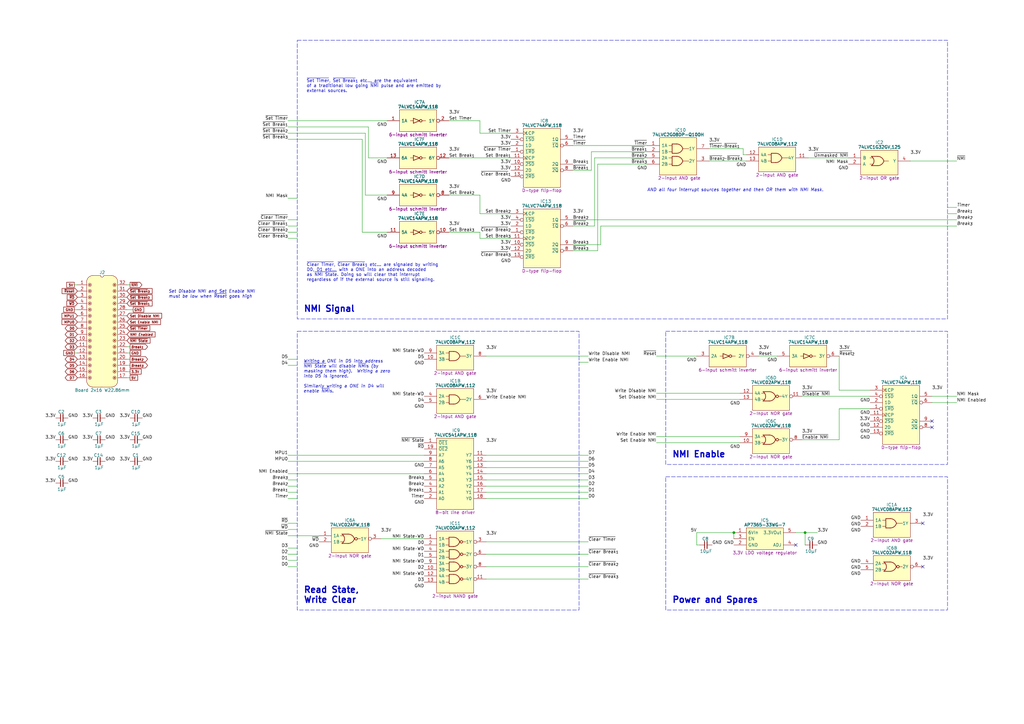
<source format=kicad_sch>
(kicad_sch (version 20250114) (generator "eeschema") (generator_version "9.0")
  (paper "A3")
  (title_block (title "MPU NMI") (date "2026-01-30") (rev "V2"))
  (lib_symbols
    (symbol "Diodes_Inc:AP7365-33WG-7" (pin_names (offset 0.762))
      (property "Reference" "IC" (at 12.7 5.08 0))
      (property "Value" "AP7365-33WG-7" (at 12.7 3.175 0))
      (property "Description" "3.3V LDO voltage regulator" (at 12.7 -8.255 0))
      (symbol "AP7365-33WG-7_0_0"
        (pin input line (at 0 -2.54 0) (length 5.08) (name "EN") (number "3"))
        (pin passive line (at 0 -5.08 0) (length 5.08) (name "GND") (number "2"))
        (pin passive line (at 25.4 -5.08 180) (length 5.08) (name "ADJ") (number "4"))
      )
      (symbol "AP7365-33WG-7_1_0"
        (pin passive line (at 0 0 0) (length 5.08) (name "6VIn") (number "1"))
        (pin passive line (at 25.4 0 180) (length 5.08) (name "3.3VOut") (number "5"))
      )
    )
    (symbol "HCP65:Board_02x16_W22.86mm" (pin_names (offset 1.016) (hide yes))
      (property "Reference" "J" (at 0 5.08 0))
      (property "Value" "Board 2x16 W22.86mm" (at 0 -43.18 0))
      (symbol "Board_02x16_W22.86mm_1_1"
        (pin passive line (at -10.16 0 0) (length 3.81) (name "") (number "1"))
        (pin passive line (at -10.16 -2.54 0) (length 3.81) (name "") (number "2"))
        (pin passive line (at -10.16 -5.08 0) (length 3.81) (name "") (number "3"))
        (pin passive line (at -10.16 -7.62 0) (length 3.81) (name "") (number "4"))
        (pin passive line (at -10.16 -10.16 0) (length 3.81) (name "") (number "5"))
        (pin passive line (at -10.16 -12.7 0) (length 3.81) (name "") (number "6"))
        (pin passive line (at -10.16 -15.24 0) (length 3.81) (name "") (number "7"))
        (pin passive line (at -10.16 -17.78 0) (length 3.81) (name "") (number "8"))
        (pin passive line (at -10.16 -20.32 0) (length 3.81) (name "") (number "9"))
        (pin passive line (at -10.16 -22.86 0) (length 3.81) (name "") (number "10"))
        (pin passive line (at -10.16 -25.4 0) (length 3.81) (name "") (number "11"))
        (pin passive line (at -10.16 -27.94 0) (length 3.81) (name "") (number "12"))
        (pin passive line (at -10.16 -30.48 0) (length 3.81) (name "") (number "13"))
        (pin passive line (at -10.16 -33.02 0) (length 3.81) (name "") (number "14"))
        (pin passive line (at -10.16 -35.56 0) (length 3.81) (name "") (number "15"))
        (pin passive line (at -10.16 -38.1 0) (length 3.81) (name "") (number "16"))
        (pin passive line (at 10.16 0 180) (length 3.81) (name "") (number "32"))
        (pin passive line (at 10.16 -2.54 180) (length 3.81) (name "") (number "31"))
        (pin passive line (at 10.16 -5.08 180) (length 3.81) (name "") (number "30"))
        (pin passive line (at 10.16 -7.62 180) (length 3.81) (name "") (number "29"))
        (pin passive line (at 10.16 -10.16 180) (length 3.81) (name "") (number "28"))
        (pin passive line (at 10.16 -12.7 180) (length 3.81) (name "") (number "27"))
        (pin passive line (at 10.16 -15.24 180) (length 3.81) (name "") (number "26"))
        (pin passive line (at 10.16 -17.78 180) (length 3.81) (name "") (number "25"))
        (pin passive line (at 10.16 -20.32 180) (length 3.81) (name "") (number "24"))
        (pin passive line (at 10.16 -22.86 180) (length 3.81) (name "") (number "23"))
        (pin passive line (at 10.16 -25.4 180) (length 3.81) (name "") (number "22"))
        (pin passive line (at 10.16 -27.94 180) (length 3.81) (name "") (number "21"))
        (pin passive line (at 10.16 -30.48 180) (length 3.81) (name "") (number "20"))
        (pin passive line (at 10.16 -33.02 180) (length 3.81) (name "") (number "19"))
        (pin passive line (at 10.16 -35.56 180) (length 3.81) (name "") (number "18"))
        (pin passive line (at 10.16 -38.1 180) (length 3.81) (name "") (number "17"))
      )
    )
    (symbol "HCP65:C_0805" (pin_numbers (hide yes)) (pin_names (offset 0.254) (hide yes))
      (property "Reference" "C" (at 2.286 2.54 0))
      (property "Value" "?μF" (at 2.54 -2.54 0))
      (symbol "C_0805_1_1"
        (pin passive line (at 0 0 0) (length 2.032) (name "~") (number "1"))
        (pin passive line (at 5.08 0 180) (length 2.032) (name "~") (number "2"))
      )
    )
    (symbol "Nexperia:74LVC00APW,112" (pin_names (offset 0.762))
      (property "Reference" "IC" (at 12.7 6.35 0))
      (property "Value" "74LVC00APW,112" (at 12.7 4.445 0))
      (property "Description" "2-input NAND gate" (at 12.7 -23.495 0))
      (symbol "74LVC00APW,112_0_0"
        (pin input line (at 0 0 0) (length 5.08) (name "1A") (number "1"))
        (pin input line (at 0 -2.54 0) (length 5.08) (name "1B") (number "2"))
        (pin input line (at 0 -5.08 0) (length 5.08) (name "2A") (number "4"))
        (pin input line (at 0 -7.62 0) (length 5.08) (name "2B") (number "5"))
        (pin input line (at 0 -10.16 0) (length 5.08) (name "3A") (number "9"))
        (pin input line (at 0 -12.7 0) (length 5.08) (name "3B") (number "10"))
        (pin input line (at 0 -15.24 0) (length 5.08) (name "4A") (number "12"))
        (pin input line (at 0 -17.78 0) (length 5.08) (name "4B") (number "13"))
        (pin passive line (at 0 -20.32 0) (length 5.08) (hide yes) (name "GND") (number "7"))
        (pin passive line (at 25.4 1.27 180) (length 5.08) (hide yes) (name "3V") (number "14"))
        (pin output inverted (at 25.4 -1.27 180) (length 5.08) (name "1Y") (number "3"))
        (pin output inverted (at 25.4 -6.35 180) (length 5.08) (name "2Y") (number "6"))
        (pin output inverted (at 25.4 -11.43 180) (length 5.08) (name "3Y") (number "8"))
        (pin output inverted (at 25.4 -16.51 180) (length 5.08) (name "4Y") (number "11"))
      )
    )
    (symbol "Nexperia:74LVC02APW,118_Multi" (pin_names (offset 0.762))
      (property "Reference" "IC" (at 12.7 6.35 0))
      (property "Value" "74LVC02APW,118" (at 12.7 4.445 0))
      (property "Description" "2-Input NOR gate" (at 12.7 -8.255 0))
      (symbol "74LVC02APW,118_Multi_0_0"
        (pin passive line (at 0 -5.08 0) (length 5.08) (hide yes) (name "GND") (number "7"))
        (pin passive line (at 25.4 1.27 180) (length 5.08) (hide yes) (name "3V") (number "14"))
      )
      (symbol "74LVC02APW,118_Multi_1_0"
        (pin input line (at 0 0 0) (length 5.08) (name "1A") (number "1"))
        (pin input line (at 0 -2.54 0) (length 5.08) (name "1B") (number "2"))
        (pin output inverted (at 25.4 -1.27 180) (length 5.08) (name "1Y") (number "3"))
      )
      (symbol "74LVC02APW,118_Multi_2_0"
        (pin input line (at 0 0 0) (length 5.08) (name "2A") (number "4"))
        (pin input line (at 0 -2.54 0) (length 5.08) (name "2B") (number "5"))
        (pin output inverted (at 25.4 -1.27 180) (length 5.08) (name "2Y") (number "6"))
      )
      (symbol "74LVC02APW,118_Multi_3_0"
        (pin input line (at 0 0 0) (length 5.08) (name "3A") (number "9"))
        (pin input line (at 0 -2.54 0) (length 5.08) (name "3B") (number "10"))
        (pin output inverted (at 25.4 -1.27 180) (length 5.08) (name "3Y") (number "8"))
      )
      (symbol "74LVC02APW,118_Multi_4_0"
        (pin input line (at 0 0 0) (length 5.08) (name "4A") (number "12"))
        (pin input line (at 0 -2.54 0) (length 5.08) (name "4B") (number "13"))
        (pin output inverted (at 25.4 -1.27 180) (length 5.08) (name "4Y") (number "11"))
      )
    )
    (symbol "Nexperia:74LVC08APW,112_Multi" (pin_names (offset 0.762))
      (property "Reference" "IC" (at 12.7 6.35 0))
      (property "Value" "74LVC08APW,112" (at 12.7 4.445 0))
      (property "Description" "2-input AND gate" (at 12.7 -8.255 0))
      (symbol "74LVC08APW,112_Multi_0_0"
        (pin passive line (at 0 -5.08 0) (length 5.08) (hide yes) (name "GND") (number "7"))
        (pin passive line (at 25.4 1.27 180) (length 5.08) (hide yes) (name "3V") (number "14"))
      )
      (symbol "74LVC08APW,112_Multi_1_0"
        (pin input line (at 0 0 0) (length 5.08) (name "1A") (number "1"))
        (pin input line (at 0 -2.54 0) (length 5.08) (name "1B") (number "2"))
        (pin passive line (at 25.4 -1.27 180) (length 5.08) (name "1Y") (number "3"))
      )
      (symbol "74LVC08APW,112_Multi_2_0"
        (pin input line (at 0 0 0) (length 5.08) (name "2A") (number "4"))
        (pin input line (at 0 -2.54 0) (length 5.08) (name "2B") (number "5"))
        (pin output line (at 25.4 -1.27 180) (length 5.08) (name "2Y") (number "6"))
      )
      (symbol "74LVC08APW,112_Multi_3_0"
        (pin input line (at 0 0 0) (length 5.08) (name "3A") (number "9"))
        (pin input line (at 0 -2.54 0) (length 5.08) (name "3B") (number "10"))
        (pin output line (at 25.4 -1.27 180) (length 5.08) (name "3Y") (number "8"))
      )
      (symbol "74LVC08APW,112_Multi_4_0"
        (pin input line (at 0 0 0) (length 5.08) (name "4A") (number "12"))
        (pin input line (at 0 -2.54 0) (length 5.08) (name "4B") (number "13"))
        (pin output line (at 25.4 -1.27 180) (length 5.08) (name "4Y") (number "11"))
      )
    )
    (symbol "Nexperia:74LVC14APW,118_Multi" (pin_names (offset 0.762))
      (property "Reference" "IC" (at 13.335 7.62 0))
      (property "Value" "74LVC14APW,118" (at 12.7 5.715 0))
      (property "Description" "6-input schmitt inverter" (at 12.7 -5.715 0))
      (symbol "74LVC14APW,118_Multi_0_0"
        (pin passive line (at 0 -2.54 0) (length 5.08) (hide yes) (name "GND") (number "7"))
        (pin passive line (at 25.4 2.54 180) (length 5.08) (hide yes) (name "3V") (number "14"))
      )
      (symbol "74LVC14APW,118_Multi_1_0"
        (pin input line (at 0 0 0) (length 5.08) (name "1A") (number "1"))
        (pin output inverted (at 25.4 0 180) (length 5.08) (name "1Y") (number "2"))
      )
      (symbol "74LVC14APW,118_Multi_2_0"
        (pin input line (at 0 0 0) (length 5.08) (name "2A") (number "3"))
        (pin output inverted (at 25.4 0 180) (length 5.08) (name "2Y") (number "4"))
      )
      (symbol "74LVC14APW,118_Multi_3_0"
        (pin input line (at 0 0 0) (length 5.08) (name "3A") (number "5"))
        (pin output inverted (at 25.4 0 180) (length 5.08) (name "3Y") (number "6"))
      )
      (symbol "74LVC14APW,118_Multi_4_0"
        (pin input line (at 0 0 0) (length 5.08) (name "4A") (number "9"))
        (pin output inverted (at 25.4 0 180) (length 5.08) (name "4Y") (number "8"))
      )
      (symbol "74LVC14APW,118_Multi_5_0"
        (pin input line (at 0 0 0) (length 5.08) (name "5A") (number "11"))
        (pin output inverted (at 25.4 0 180) (length 5.08) (name "5Y") (number "10"))
      )
      (symbol "74LVC14APW,118_Multi_6_0"
        (pin input line (at 0 0 0) (length 5.08) (name "6A") (number "13"))
        (pin output inverted (at 25.4 0 180) (length 5.08) (name "6Y") (number "12"))
      )
    )
    (symbol "Nexperia:74LVC1G32GV,125" (pin_names (offset 0.762))
      (property "Reference" "IC" (at 12.7 6.35 0))
      (property "Value" "74LVC1G32GV,125" (at 12.7 4.445 0))
      (property "Description" "2-input OR gate" (at 12.7 -8.255 0))
      (symbol "74LVC1G32GV,125_0_0"
        (pin input line (at 0 0 0) (length 5.08) (name "B") (number "1"))
        (pin input line (at 0 -2.54 0) (length 5.08) (name "A") (number "2"))
        (pin passive line (at 0 -5.08 0) (length 5.08) (hide yes) (name "GND") (number "3"))
        (pin passive line (at 25.4 1.27 180) (length 5.08) (hide yes) (name "3V") (number "5"))
        (pin output line (at 25.4 -1.27 180) (length 5.08) (name "Y") (number "4"))
      )
    )
    (symbol "Nexperia:74LVC2G08DP-Q100H" (pin_names (offset 0.762))
      (property "Reference" "IC" (at 11.43 6.35 0))
      (property "Value" "74LVC2G08DP-Q100H" (at 12.7 4.445 0))
      (property "Description" "2-input AND gate" (at 4.445 -13.335 0))
      (symbol "74LVC2G08DP-Q100H_0_0"
        (pin input line (at 0 0 0) (length 5.08) (name "1A") (number "1"))
        (pin input line (at 0 -2.54 0) (length 5.08) (name "1B") (number "2"))
        (pin input line (at 0 -5.08 0) (length 5.08) (name "2A") (number "5"))
        (pin input line (at 0 -7.62 0) (length 5.08) (name "2B") (number "6"))
        (pin passive line (at 0 -10.16 0) (length 5.08) (hide yes) (name "GND") (number "4"))
        (pin passive line (at 25.4 1.27 180) (length 5.08) (hide yes) (name "3V") (number "8"))
        (pin output line (at 25.4 -1.27 180) (length 5.08) (name "1Y") (number "7"))
        (pin output line (at 25.4 -6.35 180) (length 5.08) (name "2Y") (number "3"))
      )
    )
    (symbol "Nexperia:74LVC541APW,118" (pin_names (offset 0.762))
      (property "Reference" "IC" (at 11.43 5.08 0))
      (property "Value" "74LVC541APW,118" (at 3.81 3.175 0))
      (property "Description" "8-bit line driver" (at 12.7 -28.575 0))
      (symbol "74LVC541APW,118_0_0"
        (pin input line (at 0 0 0) (length 5.08) (name "~{OE1}") (number "1"))
        (pin input line (at 0 -2.54 0) (length 5.08) (name "~{OE2}") (number "19"))
        (pin input line (at 0 -5.08 0) (length 5.08) (name "A7") (number "9"))
        (pin input line (at 0 -7.62 0) (length 5.08) (name "A6") (number "8"))
        (pin input line (at 0 -10.16 0) (length 5.08) (name "A5") (number "7"))
        (pin input line (at 0 -12.7 0) (length 5.08) (name "A4") (number "6"))
        (pin input line (at 0 -15.24 0) (length 5.08) (name "A3") (number "5"))
        (pin input line (at 0 -17.78 0) (length 5.08) (name "A2") (number "4"))
        (pin input line (at 0 -20.32 0) (length 5.08) (name "A1") (number "3"))
        (pin input line (at 0 -22.86 0) (length 5.08) (name "A0") (number "2"))
        (pin passive line (at 0 -25.4 0) (length 5.08) (hide yes) (name "GND") (number "10"))
        (pin passive line (at 25.4 0 180) (length 5.08) (hide yes) (name "3V") (number "20"))
        (pin tri_state line (at 25.4 -5.08 180) (length 5.08) (name "Y7") (number "11"))
        (pin tri_state line (at 25.4 -7.62 180) (length 5.08) (name "Y6") (number "12"))
        (pin tri_state line (at 25.4 -10.16 180) (length 5.08) (name "Y5") (number "13"))
        (pin tri_state line (at 25.4 -12.7 180) (length 5.08) (name "Y4") (number "14"))
        (pin tri_state line (at 25.4 -15.24 180) (length 5.08) (name "Y3") (number "15"))
        (pin tri_state line (at 25.4 -17.78 180) (length 5.08) (name "Y2") (number "16"))
        (pin tri_state line (at 25.4 -20.32 180) (length 5.08) (name "Y1") (number "17"))
        (pin tri_state line (at 25.4 -22.86 180) (length 5.08) (name "Y0") (number "18"))
      )
    )
    (symbol "Nexperia:74LVC74APW,118" (pin_names (offset 0.762))
      (property "Reference" "IC" (at 12.065 5.08 0))
      (property "Value" "74LVC74APW,118" (at 12.7 3.175 0))
      (property "Description" "D-type flip-flop" (at 12.7 -23.495 0))
      (symbol "74LVC74APW,118_0_0"
        (pin input clock (at 0 0 0) (length 5.08) (name "1CP") (number "3"))
        (pin input inverted (at 0 -2.54 0) (length 5.08) (name "~{1SD}") (number "4"))
        (pin input line (at 0 -5.08 0) (length 5.08) (name "1D") (number "2"))
        (pin input inverted (at 0 -7.62 0) (length 5.08) (name "~{1RD}") (number "1"))
        (pin input clock (at 0 -10.16 0) (length 5.08) (name "2CP") (number "11"))
        (pin input inverted (at 0 -12.7 0) (length 5.08) (name "~{2SD}") (number "10"))
        (pin input line (at 0 -15.24 0) (length 5.08) (name "2D") (number "12"))
        (pin input inverted (at 0 -17.78 0) (length 5.08) (name "~{2RD}") (number "13"))
        (pin passive line (at 0 -20.32 0) (length 5.08) (hide yes) (name "GND") (number "7"))
        (pin passive line (at 25.4 0 180) (length 5.08) (hide yes) (name "3V") (number "14"))
        (pin output line (at 25.4 -2.54 180) (length 5.08) (name "1Q") (number "5"))
        (pin output inverted (at 25.4 -5.08 180) (length 5.08) (name "~{1Q}") (number "6"))
        (pin output line (at 25.4 -12.7 180) (length 5.08) (name "2Q") (number "9"))
        (pin output inverted (at 25.4 -15.24 180) (length 5.08) (name "~{2Q}") (number "8"))
      )
    )
  )
  (rectangle (start 273.05 135.89) (end 388.62 190.5) (stroke (width 0) (type dash)))
  (rectangle (start 273.05 195.58) (end 388.62 250.19) (stroke (width 0) (type dash)))
  (rectangle (start 121.92 135.89) (end 237.49 250.19) (stroke (width 0) (type dash)))
  (rectangle (start 121.92 16.51) (end 388.62 130.81) (stroke (width 0) (type dash)))
  (text "AND all four interrupt sources together and then OR them with NMI Mask." (at 265.43 78.74 0) (effects (font (size 1.27 1.27) (italic yes)) (justify left bottom)))
  (text "NMI Enable" (at 275.59 187.96 0) (effects (font (size 2.54 2.54) (thickness 0.508) (bold yes)) (justify left bottom)))
  (text "Set Disable NMI and Set Enable NMI \nmust be low when ~{Reset} goes high" (at 69.088 122.428 0) (effects (font (size 1.27 1.27) (italic yes)) (justify left bottom)))
  (text "Read State,\nWrite Clear" (at 124.46 247.65 0) (effects (font (size 2.54 2.54) (thickness 0.508) (bold yes)) (justify left bottom)))
  (text "Writing a ONE in D5 into address\n~{NMI State} will disable ~{NMI}s (by\nmasking them high).  Writing a zero\ninto D5 is ignored.\n\nSimilarly writing a ONE in D4 will\nenable ~{NMI}s." (at 124.46 161.29 0) (effects (font (size 1.27 1.27) (italic yes)) (justify left bottom)))
  (text "NMI Signal" (at 124.46 128.27 0) (effects (font (size 2.54 2.54) (thickness 0.508) (bold yes)) (justify left bottom)))
  (text "Power and Spares" (at 275.59 247.65 0) (effects (font (size 2.54 2.54) (thickness 0.508) (bold yes)) (justify left bottom)))
  (text "~{Set Timer}, ~{Set Break}_{1} etc... are the equivalent\nof a traditional low going ~{NMI} pulse and are emitted by\nexternal sources." (at 125.73 38.1 0) (effects (font (size 1.27 1.27)) (justify left bottom)))
  (text "~{Clear Timer}, ~{Clear Break}_{1} etc... are signaled by writing \nD0, D1 etc... with a ONE into an address decoded \nas ~{NMI State}. Doing so will clear that interrupt\nregardless of if the external source is still signaling." (at 125.73 115.57 0) (effects (font (size 1.27 1.27)) (justify left bottom)))
  (junction (at 300.99 218.44))
  (junction (at 330.2 218.44))
  (no_connect (at 326.39 223.52))
  (no_connect (at 382.27 175.26))
  (no_connect (at 378.46 232.41))
  (no_connect (at 382.27 172.72))
  (no_connect (at 378.46 214.63))
  (wire (pts (xy 304.8 60.96) (xy 290.83 60.96)))
  (wire (pts (xy 121.92 204.47) (xy 118.11 204.47)))
  (wire (pts (xy 151.13 52.07) (xy 151.13 64.77)))
  (wire (pts (xy 118.11 194.31) (xy 173.99 194.31)))
  (wire (pts (xy 269.24 161.29) (xy 303.53 161.29)))
  (wire (pts (xy 30.48 116.84) (xy 31.75 116.84)))
  (wire (pts (xy 184.15 80.01) (xy 196.85 80.01)))
  (wire (pts (xy 118.11 97.79) (xy 121.92 97.79)))
  (wire (pts (xy 241.3 189.23) (xy 199.39 189.23)))
  (wire (pts (xy 241.3 201.93) (xy 199.39 201.93)))
  (wire (pts (xy 243.84 64.77) (xy 243.84 92.71)))
  (wire (pts (xy 328.93 162.56) (xy 356.87 162.56)))
  (wire (pts (xy 53.34 149.86) (xy 52.07 149.86)))
  (wire (pts (xy 118.11 49.53) (xy 158.75 49.53)))
  (wire (pts (xy 330.2 223.52) (xy 330.2 218.44)))
  (wire (pts (xy 118.11 189.23) (xy 173.99 189.23)))
  (wire (pts (xy 265.43 62.23) (xy 242.57 62.23)))
  (wire (pts (xy 241.3 186.69) (xy 199.39 186.69)))
  (wire (pts (xy 269.24 181.61) (xy 303.53 181.61)))
  (wire (pts (xy 246.38 100.33) (xy 234.95 100.33)))
  (wire (pts (xy 53.34 142.24) (xy 52.07 142.24)))
  (wire (pts (xy 196.85 49.53) (xy 196.85 54.61)))
  (wire (pts (xy 121.92 196.85) (xy 118.11 196.85)))
  (wire (pts (xy 306.07 63.5) (xy 304.8 63.5)))
  (wire (pts (xy 234.95 92.71) (xy 243.84 92.71)))
  (wire (pts (xy 269.24 146.05) (xy 285.75 146.05)))
  (wire (pts (xy 118.11 217.17) (xy 121.92 217.17)))
  (wire (pts (xy 241.3 199.39) (xy 199.39 199.39)))
  (wire (pts (xy 356.87 167.64) (xy 344.17 167.64)))
  (wire (pts (xy 241.3 191.77) (xy 199.39 191.77)))
  (wire (pts (xy 118.11 224.79) (xy 121.92 224.79)))
  (wire (pts (xy 234.95 59.69) (xy 265.43 59.69)))
  (wire (pts (xy 241.3 196.85) (xy 199.39 196.85)))
  (wire (pts (xy 388.62 87.63) (xy 392.43 87.63)))
  (wire (pts (xy 196.85 54.61) (xy 209.55 54.61)))
  (wire (pts (xy 53.34 144.78) (xy 52.07 144.78)))
  (wire (pts (xy 121.92 201.93) (xy 118.11 201.93)))
  (wire (pts (xy 285.75 218.44) (xy 300.99 218.44)))
  (wire (pts (xy 184.15 95.25) (xy 196.85 95.25)))
  (wire (pts (xy 53.34 152.4) (xy 52.07 152.4)))
  (wire (pts (xy 118.11 90.17) (xy 121.92 90.17)))
  (wire (pts (xy 234.95 90.17) (xy 392.43 90.17)))
  (wire (pts (xy 184.15 49.53) (xy 196.85 49.53)))
  (wire (pts (xy 196.85 97.79) (xy 209.55 97.79)))
  (wire (pts (xy 344.17 160.02) (xy 344.17 146.05)))
  (wire (pts (xy 392.43 66.04) (xy 373.38 66.04)))
  (wire (pts (xy 356.87 160.02) (xy 344.17 160.02)))
  (wire (pts (xy 300.99 218.44) (xy 300.99 220.98)))
  (wire (pts (xy 121.92 199.39) (xy 118.11 199.39)))
  (wire (pts (xy 53.34 147.32) (xy 52.07 147.32)))
  (wire (pts (xy 118.11 81.28) (xy 121.92 81.28)))
  (wire (pts (xy 53.34 116.84) (xy 52.07 116.84)))
  (wire (pts (xy 151.13 64.77) (xy 158.75 64.77)))
  (wire (pts (xy 199.39 232.41) (xy 241.3 232.41)))
  (wire (pts (xy 118.11 214.63) (xy 121.92 214.63)))
  (wire (pts (xy 392.43 162.56) (xy 382.27 162.56)))
  (wire (pts (xy 118.11 149.86) (xy 121.92 149.86)))
  (wire (pts (xy 265.43 67.31) (xy 245.11 67.31)))
  (wire (pts (xy 242.57 62.23) (xy 242.57 69.85)))
  (wire (pts (xy 388.62 85.09) (xy 392.43 85.09)))
  (wire (pts (xy 304.8 63.5) (xy 304.8 60.96)))
  (wire (pts (xy 199.39 227.33) (xy 241.3 227.33)))
  (wire (pts (xy 246.38 92.71) (xy 392.43 92.71)))
  (wire (pts (xy 148.59 57.15) (xy 148.59 95.25)))
  (wire (pts (xy 290.83 66.04) (xy 306.07 66.04)))
  (wire (pts (xy 241.3 204.47) (xy 199.39 204.47)))
  (wire (pts (xy 326.39 218.44) (xy 330.2 218.44)))
  (wire (pts (xy 118.11 229.87) (xy 121.92 229.87)))
  (wire (pts (xy 241.3 194.31) (xy 199.39 194.31)))
  (wire (pts (xy 344.17 180.34) (xy 328.93 180.34)))
  (wire (pts (xy 196.85 80.01) (xy 196.85 87.63)))
  (wire (pts (xy 246.38 92.71) (xy 246.38 100.33)))
  (wire (pts (xy 30.48 127) (xy 31.75 127)))
  (wire (pts (xy 199.39 222.25) (xy 241.3 222.25)))
  (wire (pts (xy 118.11 52.07) (xy 151.13 52.07)))
  (wire (pts (xy 118.11 147.32) (xy 121.92 147.32)))
  (wire (pts (xy 156.21 220.98) (xy 173.99 220.98)))
  (wire (pts (xy 196.85 95.25) (xy 196.85 97.79)))
  (wire (pts (xy 311.15 146.05) (xy 318.77 146.05)))
  (wire (pts (xy 118.11 95.25) (xy 121.92 95.25)))
  (wire (pts (xy 265.43 64.77) (xy 243.84 64.77)))
  (wire (pts (xy 184.15 64.77) (xy 209.55 64.77)))
  (wire (pts (xy 148.59 95.25) (xy 158.75 95.25)))
  (wire (pts (xy 392.43 165.1) (xy 382.27 165.1)))
  (wire (pts (xy 344.17 167.64) (xy 344.17 180.34)))
  (wire (pts (xy 53.34 154.94) (xy 52.07 154.94)))
  (wire (pts (xy 245.11 102.87) (xy 234.95 102.87)))
  (wire (pts (xy 54.61 127) (xy 52.07 127)))
  (wire (pts (xy 285.75 218.44) (xy 285.75 223.52)))
  (wire (pts (xy 118.11 232.41) (xy 121.92 232.41)))
  (wire (pts (xy 241.3 146.05) (xy 199.39 146.05)))
  (wire (pts (xy 269.24 163.83) (xy 303.53 163.83)))
  (wire (pts (xy 234.95 69.85) (xy 242.57 69.85)))
  (wire (pts (xy 149.86 80.01) (xy 158.75 80.01)))
  (wire (pts (xy 118.11 186.69) (xy 173.99 186.69)))
  (wire (pts (xy 118.11 219.71) (xy 130.81 219.71)))
  (wire (pts (xy 118.11 54.61) (xy 149.86 54.61)))
  (wire (pts (xy 237.49 148.59) (xy 241.3 148.59)))
  (wire (pts (xy 196.85 87.63) (xy 209.55 87.63)))
  (wire (pts (xy 118.11 227.33) (xy 121.92 227.33)))
  (wire (pts (xy 285.75 223.52) (xy 287.02 223.52)))
  (wire (pts (xy 330.2 218.44) (xy 335.28 218.44)))
  (wire (pts (xy 331.47 64.77) (xy 347.98 64.77)))
  (wire (pts (xy 149.86 54.61) (xy 149.86 80.01)))
  (wire (pts (xy 30.48 144.78) (xy 31.75 144.78)))
  (wire (pts (xy 118.11 92.71) (xy 121.92 92.71)))
  (wire (pts (xy 118.11 57.15) (xy 148.59 57.15)))
  (wire (pts (xy 269.24 179.07) (xy 303.53 179.07)))
  (wire (pts (xy 245.11 67.31) (xy 245.11 102.87)))
  (wire (pts (xy 199.39 237.49) (xy 241.3 237.49)))
  (label "GND" (at 306.07 68.58 180))
  (label "D4" (at 241.3 194.31 0))
  (label "Break_{1}" (at 234.95 67.31 0))
  (label "NMI State·WD" (at 173.99 162.56 180))
  (label "GND" (at 173.99 149.86 180))
  (label "GND" (at 209.55 107.95 180))
  (label "D5" (at 118.11 147.32 180))
  (label "D2" (at 173.99 233.68 180))
  (label "GND" (at 158.75 67.31 180))
  (label "~{Timer}" (at 234.95 59.69 0))
  (label "3.3V" (at 328.93 160.02 0))
  (label "Break_{2}" (at 234.95 90.17 0))
  (label "D0" (at 241.3 204.47 0))
  (label "3.3V" (at 378.46 229.87 0))
  (label "GND" (at 43.18 171.45 0))
  (label "Break_{3}" (at 173.99 196.85 180))
  (label "~{Clear Break}_{3}" (at 118.11 97.79 180))
  (label "GND" (at 58.42 180.34 0))
  (label "~{Break}_{2}" (at 234.95 92.71 0))
  (label "Timer" (at 173.99 204.47 180))
  (label "3.3V" (at 184.15 46.99 0))
  (label "GND" (at 353.06 218.44 180))
  (label "~{Set Break}_{2}" (at 118.11 54.61 180))
  (label "Timer" (at 118.11 204.47 180) (effects (font (italic yes))))
  (label "Set Break_{2}" (at 209.55 87.63 180))
  (label "3.3V" (at 331.47 62.23 0))
  (label "GND" (at 43.18 180.34 0))
  (label "~{Reset}_{2}" (at 344.17 146.05 0))
  (label "GND" (at 335.28 223.52 0))
  (label "NMI Mask" (at 118.11 81.28 180))
  (label "~{Clear Break}_{1}" (at 209.55 72.39 180))
  (label "GND" (at 356.87 170.18 180))
  (label "3.3V" (at 38.1 189.23 180))
  (label "~{Break}_{1}" (at 265.43 62.23 180))
  (label "3.3V" (at 209.55 92.71 180))
  (label "~{Reset}" (at 269.24 146.05 180))
  (label "GND" (at 318.77 148.59 180))
  (label "3.3V" (at 209.55 69.85 180))
  (label "NMI Mask" (at 347.98 67.31 180))
  (label "3.3V" (at 209.55 90.17 180))
  (label "3.3V" (at 53.34 171.45 180))
  (label "~{Clear Timer}" (at 241.3 222.25 0))
  (label "Timer" (at 234.95 57.15 0))
  (label "GND" (at 356.87 175.26 180))
  (label "3.3V" (at 184.15 62.23 0))
  (label "NMI State·WD" (at 173.99 236.22 180))
  (label "GND" (at 43.18 189.23 0))
  (label "Set Break_{3}" (at 209.55 97.79 180))
  (label "NMI Enabled" (at 392.43 165.1 0))
  (label "~{Clear Break}_{1}" (at 118.11 92.71 180))
  (label "Break_{2}" (at 392.43 90.17 0) (effects (font (italic yes))))
  (label "GND" (at 130.81 224.79 180))
  (label "~{Clear Timer}" (at 118.11 90.17 180))
  (label "GND" (at 292.1 223.52 0))
  (label "D3" (at 173.99 238.76 180))
  (label "5V" (at 285.75 218.44 180))
  (label "Timer" (at 392.43 85.09 0) (effects (font (italic yes))))
  (label "GND" (at 27.94 180.34 0))
  (label "D2" (at 241.3 199.39 0))
  (label "3.3V" (at 184.15 77.47 0))
  (label "Write Enable NMI" (at 199.39 163.83 0))
  (label "3.3V" (at 53.34 180.34 180))
  (label "3.3V" (at 209.55 67.31 180))
  (label "Break_{3}" (at 392.43 92.71 0) (effects (font (italic yes))))
  (label "GND" (at 58.42 171.45 0))
  (label "3.3V" (at 199.39 143.51 0))
  (label "3.3V" (at 22.86 198.12 180))
  (label "3.3V" (at 311.15 143.51 0))
  (label "GND" (at 173.99 167.64 180))
  (label "3.3V" (at 373.38 63.5 0))
  (label "GND" (at 356.87 180.34 180))
  (label "GND" (at 173.99 241.3 180))
  (label "Write Disable NMI" (at 241.3 146.05 0))
  (label "GND" (at 300.99 223.52 180))
  (label "Write Disable NMI" (at 269.24 161.29 180))
  (label "3.3V" (at 378.46 212.09 0))
  (label "~{Enable NMI}" (at 328.93 180.34 0))
  (label "~{WD}" (at 118.11 217.17 180))
  (label "~{Unmasked NMI}" (at 347.98 64.77 180))
  (label "GND" (at 173.99 191.77 180))
  (label "3.3V" (at 344.17 143.51 0))
  (label "NMI Enabled" (at 118.11 194.31 180))
  (label "3.3V" (at 290.83 58.42 0))
  (label "D3" (at 241.3 196.85 0))
  (label "~{Break}_{1}" (at 234.95 69.85 0))
  (label "~{Clear Break}_{3}" (at 209.55 105.41 180))
  (label "MPU0" (at 118.11 189.23 180))
  (label "NMI State·WD" (at 173.99 231.14 180))
  (label "~{RD}" (at 173.99 184.15 180))
  (label "Set Enable NMI" (at 269.24 181.61 180))
  (label "Break_{2}" (at 173.99 199.39 180))
  (label "~{Timer}" (at 265.43 59.69 180))
  (label "3.3V" (at 382.27 160.02 0))
  (label "Set Break_{2}" (at 184.15 80.01 0))
  (label "~{NMI State}" (at 118.11 219.71 180))
  (label "3.3V" (at 234.95 87.63 0))
  (label "Break_{3}" (at 118.11 196.85 180) (effects (font (italic yes))))
  (label "D2" (at 118.11 227.33 180))
  (label "GND" (at 353.06 231.14 180))
  (label "3.3V" (at 199.39 219.71 0))
  (label "~{Set Break}_{1}" (at 118.11 52.07 180))
  (label "~{NMI}" (at 392.43 66.04 0))
  (label "NMI State·WD" (at 173.99 144.78 180))
  (label "NMI Mask" (at 392.43 162.56 0))
  (label "D6" (at 241.3 189.23 0))
  (label "Break_{3}" (at 234.95 100.33 0))
  (label "Set Timer" (at 209.55 54.61 180))
  (label "~{Clear Break}_{1}" (at 241.3 227.33 0))
  (label "3.3V" (at 22.86 180.34 180))
  (label "3.3V" (at 156.21 218.44 0))
  (label "Set Timer" (at 184.15 49.53 0))
  (label "3.3V" (at 22.86 189.23 180))
  (label "GND" (at 356.87 177.8 180))
  (label "GND" (at 353.06 236.22 180))
  (label "~{Clear Break}_{2}" (at 241.3 232.41 0))
  (label "~{Break}_{2}" (at 265.43 64.77 180))
  (label "D0" (at 173.99 223.52 180))
  (label "Set Break_{1}" (at 184.15 64.77 0))
  (label "GND" (at 303.53 184.15 180))
  (label "D5" (at 241.3 191.77 0))
  (label "3.3V" (at 328.93 177.8 0))
  (label "GND" (at 209.55 74.93 180))
  (label "3.3V" (at 209.55 102.87 180))
  (label "Set Break_{1}" (at 209.55 64.77 180))
  (label "D4" (at 118.11 149.86 180))
  (label "3.3V" (at 38.1 171.45 180))
  (label "D4" (at 173.99 165.1 180))
  (label "GND" (at 27.94 189.23 0))
  (label "3.3V" (at 22.86 171.45 180))
  (label "~{Break}_{2}·~{Break}_{3}" (at 290.83 66.04 0))
  (label "GND" (at 265.43 69.85 180))
  (label "~{Clear Break}_{3}" (at 241.3 237.49 0))
  (label "~{Set Break}_{3}" (at 118.11 57.15 180))
  (label "GND" (at 353.06 233.68 180))
  (label "Reset" (at 311.15 146.05 0))
  (label "GND" (at 58.42 189.23 0))
  (label "GND" (at 158.75 52.07 180))
  (label "3.3V" (at 335.28 218.44 0))
  (label "GND" (at 347.98 69.85 180))
  (label "Write Enable NMI" (at 269.24 179.07 180))
  (label "~{Set Timer}" (at 118.11 49.53 180))
  (label "GND" (at 303.53 166.37 180))
  (label "GND" (at 173.99 207.01 180))
  (label "Break_{2}" (at 118.11 199.39 180) (effects (font (italic yes))))
  (label "GND" (at 27.94 171.45 0))
  (label "MPU1" (at 118.11 186.69 180))
  (label "Set Disable NMI" (at 269.24 163.83 180))
  (label "~{Break}_{3}" (at 234.95 102.87 0))
  (label "Break_{1}" (at 118.11 201.93 180) (effects (font (italic yes))))
  (label "D7" (at 241.3 186.69 0))
  (label "D1" (at 173.99 228.6 180))
  (label "Set Break_{3}" (at 184.15 95.25 0))
  (label "~{Break}_{3}" (at 265.43 67.31 180))
  (label "~{Clear Break}_{2}" (at 118.11 95.25 180))
  (label "D0" (at 118.11 232.41 180))
  (label "~{Timer}·~{Break}_{1}" (at 290.83 60.96 0))
  (label "3.3V" (at 53.34 189.23 180))
  (label "GND" (at 353.06 213.36 180))
  (label "3.3V" (at 199.39 161.29 0))
  (label "D3" (at 118.11 224.79 180))
  (label "3.3V" (at 209.55 57.15 180))
  (label "3.3V" (at 234.95 54.61 0))
  (label "NMI State·WD" (at 173.99 220.98 180))
  (label "3.3V" (at 209.55 100.33 180))
  (label "3.3V" (at 38.1 180.34 180))
  (label "D1" (at 118.11 229.87 180))
  (label "3.3V" (at 356.87 172.72 180))
  (label "D1" (at 241.3 201.93 0))
  (label "GND" (at 356.87 165.1 180))
  (label "Break_{1}" (at 392.43 87.63 0) (effects (font (italic yes))))
  (label "NMI State·WD" (at 173.99 226.06 180))
  (label "GND" (at 285.75 148.59 180))
  (label "~{WD}" (at 130.81 222.25 180))
  (label "Write Enable NMI" (at 241.3 148.59 0))
  (label "GND" (at 158.75 82.55 180))
  (label "~{NMI State}" (at 173.99 181.61 180))
  (label "GND" (at 27.94 198.12 0))
  (label "~{Disable NMI}" (at 328.93 162.56 0))
  (label "3.3V" (at 209.55 59.69 180))
  (label "D5" (at 173.99 147.32 180))
  (label "~{Clear Break}_{2}" (at 209.55 95.25 180))
  (label "3.3V" (at 184.15 92.71 0))
  (label "3.3V" (at 199.39 181.61 0))
  (label "~{RD}" (at 118.11 214.63 180))
  (label "Break_{1}" (at 173.99 201.93 180))
  (label "GND" (at 158.75 97.79 180))
  (label "GND" (at 353.06 215.9 180))
  (label "~{Clear Timer}" (at 209.55 62.23 180))
  (global_label "Break_{2}" (shape output) (at 53.34 147.32 0) (effects (font (size 1 1) (thickness 0.2) (bold yes) (italic yes))) (property "Intersheetrefs" "${INTERSHEET_REFS}" (effects (hide yes))))
  (global_label "~{RD}" (shape input) (at 31.75 121.92 180) (effects (font (size 1 1) (thickness 0.2) (bold yes))) (property "Intersheetrefs" "${INTERSHEET_REFS}" (effects (hide yes))))
  (global_label "3.3V" (shape passive) (at 53.34 152.4 0) (effects (font (size 1 1) (thickness 0.2) (bold yes))) (property "Intersheetrefs" "${INTERSHEET_REFS}" (effects (hide yes))))
  (global_label "D7" (shape tri_state) (at 31.75 154.94 180) (effects (font (size 1 1) (thickness 0.2) (bold yes))) (property "Intersheetrefs" "${INTERSHEET_REFS}" (effects (hide yes))))
  (global_label "GND" (shape passive) (at 54.61 127 0) (effects (font (size 1 1) (thickness 0.2) (bold yes))) (property "Intersheetrefs" "${INTERSHEET_REFS}" (effects (hide yes))))
  (global_label "GND" (shape passive) (at 30.48 127 180) (effects (font (size 1 1) (thickness 0.2) (bold yes))) (property "Intersheetrefs" "${INTERSHEET_REFS}" (effects (hide yes))))
  (global_label "D3" (shape tri_state) (at 31.75 142.24 180) (effects (font (size 1 1) (thickness 0.2) (bold yes))) (property "Intersheetrefs" "${INTERSHEET_REFS}" (effects (hide yes))))
  (global_label "~{WD}" (shape input) (at 31.75 124.46 180) (effects (font (size 1 1) (thickness 0.2) (bold yes))) (property "Intersheetrefs" "${INTERSHEET_REFS}" (effects (hide yes))))
  (global_label "~{NMI}" (shape output) (at 53.34 116.84 0) (effects (font (size 1 1) (thickness 0.2) (bold yes))) (property "Intersheetrefs" "${INTERSHEET_REFS}" (effects (hide yes))))
  (global_label "Set Enable NMI" (shape input) (at 52.07 132.08 0) (effects (font (size 1 1) (thickness 0.2) (bold yes))) (property "Intersheetrefs" "${INTERSHEET_REFS}" (effects (hide yes))))
  (global_label "~{Set Break}_{2}" (shape input) (at 52.07 121.92 0) (effects (font (size 1 1) (thickness 0.2) (bold yes))) (property "Intersheetrefs" "${INTERSHEET_REFS}" (effects (hide yes))))
  (global_label "GND" (shape passive) (at 30.48 144.78 180) (effects (font (size 1 1) (thickness 0.2) (bold yes))) (property "Intersheetrefs" "${INTERSHEET_REFS}" (effects (hide yes))))
  (global_label "5V" (shape passive) (at 30.48 116.84 180) (effects (font (size 1 1) (thickness 0.2) (bold yes))) (property "Intersheetrefs" "${INTERSHEET_REFS}" (effects (hide yes))))
  (global_label "Break_{1}" (shape output) (at 53.34 142.24 0) (effects (font (size 1 1) (thickness 0.2) (bold yes) (italic yes))) (property "Intersheetrefs" "${INTERSHEET_REFS}" (effects (hide yes))))
  (global_label "D0" (shape tri_state) (at 31.75 134.62 180) (effects (font (size 1 1) (thickness 0.2) (bold yes))) (property "Intersheetrefs" "${INTERSHEET_REFS}" (effects (hide yes))))
  (global_label "D6" (shape tri_state) (at 31.75 152.4 180) (effects (font (size 1 1) (thickness 0.2) (bold yes))) (property "Intersheetrefs" "${INTERSHEET_REFS}" (effects (hide yes))))
  (global_label "~{Set Timer}" (shape input) (at 52.07 134.62 0) (effects (font (size 1 1) (thickness 0.2) (bold yes))) (property "Intersheetrefs" "${INTERSHEET_REFS}" (effects (hide yes))))
  (global_label "D5" (shape tri_state) (at 31.75 149.86 180) (effects (font (size 1 1) (thickness 0.2) (bold yes))) (property "Intersheetrefs" "${INTERSHEET_REFS}" (effects (hide yes))))
  (global_label "MPU0" (shape input) (at 31.75 132.08 180) (effects (font (size 1 1) (thickness 0.2) (bold yes))) (property "Intersheetrefs" "${INTERSHEET_REFS}" (effects (hide yes))))
  (global_label "GND" (shape passive) (at 53.34 144.78 0) (effects (font (size 1 1) (thickness 0.2) (bold yes))) (property "Intersheetrefs" "${INTERSHEET_REFS}" (effects (hide yes))))
  (global_label "NMI Enabled" (shape input) (at 52.07 137.16 0) (effects (font (size 1 1) (thickness 0.2) (bold yes) (italic yes))) (property "Intersheetrefs" "${INTERSHEET_REFS}" (effects (hide yes))))
  (global_label "Break_{3}" (shape output) (at 53.34 149.86 0) (effects (font (size 1 1) (thickness 0.2) (bold yes) (italic yes))) (property "Intersheetrefs" "${INTERSHEET_REFS}" (effects (hide yes))))
  (global_label "D4" (shape tri_state) (at 31.75 147.32 180) (effects (font (size 1 1) (thickness 0.2) (bold yes))) (property "Intersheetrefs" "${INTERSHEET_REFS}" (effects (hide yes))))
  (global_label "~{Set Break}_{3}" (shape input) (at 52.07 119.38 0) (effects (font (size 1 1) (thickness 0.2) (bold yes))) (property "Intersheetrefs" "${INTERSHEET_REFS}" (effects (hide yes))))
  (global_label "5V" (shape passive) (at 53.34 154.94 0) (effects (font (size 1 1) (thickness 0.2) (bold yes))) (property "Intersheetrefs" "${INTERSHEET_REFS}" (effects (hide yes))))
  (global_label "D2" (shape tri_state) (at 31.75 139.7 180) (effects (font (size 1 1) (thickness 0.2) (bold yes))) (property "Intersheetrefs" "${INTERSHEET_REFS}" (effects (hide yes))))
  (global_label "Set Disable NMI" (shape input) (at 52.07 129.54 0) (effects (font (size 1 1) (thickness 0.2) (bold yes))) (property "Intersheetrefs" "${INTERSHEET_REFS}" (effects (hide yes))))
  (global_label "~{NMI State}" (shape input) (at 52.07 139.7 0) (effects (font (size 1 1) (thickness 0.2) (bold yes))) (property "Intersheetrefs" "${INTERSHEET_REFS}" (effects (hide yes))))
  (global_label "~{Reset}" (shape input) (at 31.75 119.38 180) (effects (font (size 1 1) (thickness 0.2) (bold yes))) (property "Intersheetrefs" "${INTERSHEET_REFS}" (effects (hide yes))))
  (global_label "MPU1" (shape input) (at 31.75 129.54 180) (effects (font (size 1 1) (thickness 0.2) (bold yes))) (property "Intersheetrefs" "${INTERSHEET_REFS}" (effects (hide yes))))
  (global_label "D1" (shape tri_state) (at 31.75 137.16 180) (effects (font (size 1 1) (thickness 0.2) (bold yes))) (property "Intersheetrefs" "${INTERSHEET_REFS}" (effects (hide yes))))
  (global_label "~{Set Break}_{1}" (shape input) (at 52.07 124.46 0) (effects (font (size 1 1) (thickness 0.2) (bold yes))) (property "Intersheetrefs" "${INTERSHEET_REFS}" (effects (hide yes))))
  (symbol (lib_id "HCP65:C_0805") (at 38.1 180.34 0) (unit 1)
    (property "Reference" "C7" (at 40.386 177.8 0))
    (property "Value" "1μF" (at 40.64 182.88 0))
    (property "Footprint" "SamacSys_Parts:C_0805" (effects (hide yes)))
  )
  (symbol (lib_id "Nexperia:74LVC02APW,118_Multi") (at 303.53 161.29 0) (unit 4)
    (property "Reference" "IC6" (at 316.23 154.94 0))
    (property "Value" "74LVC02APW,118" (at 316.23 156.845 0) (effects (font (bold yes))))
    (property "Footprint" "SamacSys_Parts:SOP65P640X110-14N" (effects (hide yes)))
    (property "Datasheet" "https://assets.nexperia.com/documents/data-sheet/74LVC02A.pdf" (effects (hide yes)))
    (property "Description" "2-Input NOR gate" (at 316.23 169.545 0))
    (property "Height" "1.1" (effects (hide yes)))
    (property "Mouser Part Number" "771-74LVC02APW-T" (effects (hide yes)))
    (property "Mouser Price/Stock" "https://www.mouser.co.uk/ProductDetail/Nexperia/74LVC02APW118?qs=me8TqzrmIYX6VnwIC2vA2w%3D%3D" (effects (hide yes)))
    (property "Manufacturer_Name" "Nexperia" (effects (hide yes)))
    (property "Manufacturer_Part_Number" "74LVC02APW,118" (effects (hide yes)))
    (property "Silkscreen" "74LVC02" (effects (hide yes)))
    (property "Garbage" "Nexperia 74LVC02APW,118, Quad 2-Input NOR Logic Gate, 14-Pin TSSOP" (effects (hide yes)))
  )
  (symbol (lib_id "Nexperia:74LVC74APW,118") (at 209.55 54.61 0) (unit 1)
    (property "Reference" "IC8" (at 221.615 49.53 0) (effects (justify left)))
    (property "Value" "74LVC74APW,118" (at 222.25 51.435 0) (effects (font (bold yes))))
    (property "Footprint" "SamacSys_Parts:SOP65P640X110-14N" (effects (hide yes)))
    (property "Datasheet" "https://assets.nexperia.com/documents/data-sheet/74LVC74A.pdf" (effects (hide yes)))
    (property "Description" "D-type flip-flop" (at 222.25 78.105 0))
    (property "Height" "1.1" (effects (hide yes)))
    (property "Mouser Part Number" "771-74LVC74APW-T" (effects (hide yes)))
    (property "Mouser Price/Stock" "https://www.mouser.co.uk/ProductDetail/Nexperia/74LVC74APW118?qs=me8TqzrmIYVtXwVfet0lzw%3D%3D" (effects (hide yes)))
    (property "Manufacturer_Name" "Nexperia" (effects (hide yes)))
    (property "Manufacturer_Part_Number" "74LVC74APW,118" (effects (hide yes)))
    (property "Silkscreen" "74LVC74" (effects (hide yes)))
    (property "Garbage" "74LVC74A - Dual D-type flip-flop with set and reset; positive-edge trigger@en-us" (effects (hide yes)))
  )
  (symbol (lib_id "Nexperia:74LVC08APW,112_Multi") (at 173.99 144.78 0) (unit 3)
    (property "Reference" "IC1" (at 186.69 138.43 0))
    (property "Value" "74LVC08APW,112" (at 186.69 140.335 0) (effects (font (bold yes))))
    (property "Footprint" "SamacSys_Parts:SOP65P640X110-14N" (effects (hide yes)))
    (property "Datasheet" "https://assets.nexperia.com/documents/data-sheet/74LVC08A.pdf" (effects (hide yes)))
    (property "Description" "2-input AND gate" (at 186.69 153.035 0))
    (property "Height" "1.1" (effects (hide yes)))
    (property "Manufacturer_Name" "Nexperia" (effects (hide yes)))
    (property "Manufacturer_Part_Number" "74LVC08APW,112" (effects (hide yes)))
    (property "Mouser Part Number" "771-74LVC08APW" (effects (hide yes)))
    (property "Mouser Price/Stock" "https://www.mouser.com/Search/Refine.aspx?Keyword=771-74LVC08APW" (effects (hide yes)))
    (property "Silkscreen" "74LVC08" (effects (hide yes)))
  )
  (symbol (lib_id "Nexperia:74LVC08APW,112_Multi") (at 306.07 63.5 0) (unit 4)
    (property "Reference" "IC1" (at 318.77 57.15 0))
    (property "Value" "74LVC08APW,112" (at 318.77 59.055 0) (effects (font (bold yes))))
    (property "Footprint" "SamacSys_Parts:SOP65P640X110-14N" (effects (hide yes)))
    (property "Datasheet" "https://assets.nexperia.com/documents/data-sheet/74LVC08A.pdf" (effects (hide yes)))
    (property "Description" "2-input AND gate" (at 318.77 71.755 0))
    (property "Height" "1.1" (effects (hide yes)))
    (property "Manufacturer_Name" "Nexperia" (effects (hide yes)))
    (property "Manufacturer_Part_Number" "74LVC08APW,112" (effects (hide yes)))
    (property "Mouser Part Number" "771-74LVC08APW" (effects (hide yes)))
    (property "Mouser Price/Stock" "https://www.mouser.com/Search/Refine.aspx?Keyword=771-74LVC08APW" (effects (hide yes)))
    (property "Silkscreen" "74LVC08" (effects (hide yes)))
  )
  (symbol (lib_id "Nexperia:74LVC02APW,118_Multi") (at 353.06 231.14 0) (unit 2)
    (property "Reference" "IC6" (at 365.76 224.79 0))
    (property "Value" "74LVC02APW,118" (at 365.76 226.695 0) (effects (font (bold yes))))
    (property "Footprint" "SamacSys_Parts:SOP65P640X110-14N" (effects (hide yes)))
    (property "Datasheet" "https://assets.nexperia.com/documents/data-sheet/74LVC02A.pdf" (effects (hide yes)))
    (property "Description" "2-Input NOR gate" (at 365.76 239.395 0))
    (property "Height" "1.1" (effects (hide yes)))
    (property "Mouser Part Number" "771-74LVC02APW-T" (effects (hide yes)))
    (property "Mouser Price/Stock" "https://www.mouser.co.uk/ProductDetail/Nexperia/74LVC02APW118?qs=me8TqzrmIYX6VnwIC2vA2w%3D%3D" (effects (hide yes)))
    (property "Manufacturer_Name" "Nexperia" (effects (hide yes)))
    (property "Manufacturer_Part_Number" "74LVC02APW,118" (effects (hide yes)))
    (property "Silkscreen" "74LVC02" (effects (hide yes)))
    (property "Garbage" "Nexperia 74LVC02APW,118, Quad 2-Input NOR Logic Gate, 14-Pin TSSOP" (effects (hide yes)))
  )
  (symbol (lib_id "Nexperia:74LVC14APW,118_Multi") (at 158.75 64.77 0) (unit 6)
    (property "Reference" "IC7" (at 172.085 57.15 0))
    (property "Value" "74LVC14APW,118" (at 171.45 59.055 0) (effects (font (bold yes))))
    (property "Footprint" "SamacSys_Parts:SOP65P640X110-14N" (effects (hide yes)))
    (property "Datasheet" "https://assets.nexperia.com/documents/data-sheet/74LVC14A.pdf" (effects (hide yes)))
    (property "Description" "6-input schmitt inverter" (at 171.45 70.485 0))
    (property "Height" "1.1" (effects (hide yes)))
    (property "Manufacturer_Name" "Nexperia" (effects (hide yes)))
    (property "Manufacturer_Part_Number" "74LVC14APW,118" (effects (hide yes)))
    (property "Mouser Part Number" "771-74LVC14APW-T" (effects (hide yes)))
    (property "Mouser Price/Stock" "https://www.mouser.co.uk/ProductDetail/Nexperia/74LVC14APW118?qs=me8TqzrmIYUSyqWqvgpEbA%3D%3D" (effects (hide yes)))
    (property "Silkscreen" "74LVC14" (effects (hide yes)))
    (property "Garbage" "74LVC14A - Hex inverting Schmitt trigger with 5 V tolerant input@en-us" (effects (hide yes)))
  )
  (symbol (lib_id "HCP65:C_0805") (at 22.86 171.45 0) (unit 1)
    (property "Reference" "C2" (at 25.146 168.91 0))
    (property "Value" "1μF" (at 25.4 173.99 0))
    (property "Footprint" "SamacSys_Parts:C_0805" (effects (hide yes)))
  )
  (symbol (lib_id "Nexperia:74LVC08APW,112_Multi") (at 173.99 162.56 0) (unit 2)
    (property "Reference" "IC1" (at 186.69 156.21 0))
    (property "Value" "74LVC08APW,112" (at 186.69 158.115 0) (effects (font (bold yes))))
    (property "Footprint" "SamacSys_Parts:SOP65P640X110-14N" (effects (hide yes)))
    (property "Datasheet" "https://assets.nexperia.com/documents/data-sheet/74LVC08A.pdf" (effects (hide yes)))
    (property "Description" "2-input AND gate" (at 186.69 170.815 0))
    (property "Height" "1.1" (effects (hide yes)))
    (property "Manufacturer_Name" "Nexperia" (effects (hide yes)))
    (property "Manufacturer_Part_Number" "74LVC08APW,112" (effects (hide yes)))
    (property "Mouser Part Number" "771-74LVC08APW" (effects (hide yes)))
    (property "Mouser Price/Stock" "https://www.mouser.com/Search/Refine.aspx?Keyword=771-74LVC08APW" (effects (hide yes)))
    (property "Silkscreen" "74LVC08" (effects (hide yes)))
  )
  (symbol (lib_id "Nexperia:74LVC14APW,118_Multi") (at 158.75 80.01 0) (unit 4)
    (property "Reference" "IC7" (at 172.085 72.39 0))
    (property "Value" "74LVC14APW,118" (at 171.45 74.295 0) (effects (font (bold yes))))
    (property "Footprint" "SamacSys_Parts:SOP65P640X110-14N" (effects (hide yes)))
    (property "Datasheet" "https://assets.nexperia.com/documents/data-sheet/74LVC14A.pdf" (effects (hide yes)))
    (property "Description" "6-input schmitt inverter" (at 171.45 85.725 0))
    (property "Height" "1.1" (effects (hide yes)))
    (property "Manufacturer_Name" "Nexperia" (effects (hide yes)))
    (property "Manufacturer_Part_Number" "74LVC14APW,118" (effects (hide yes)))
    (property "Mouser Part Number" "771-74LVC14APW-T" (effects (hide yes)))
    (property "Mouser Price/Stock" "https://www.mouser.co.uk/ProductDetail/Nexperia/74LVC14APW118?qs=me8TqzrmIYUSyqWqvgpEbA%3D%3D" (effects (hide yes)))
    (property "Silkscreen" "74LVC14" (effects (hide yes)))
    (property "Garbage" "74LVC14A - Hex inverting Schmitt trigger with 5 V tolerant input@en-us" (effects (hide yes)))
  )
  (symbol (lib_id "Nexperia:74LVC2G08DP-Q100H") (at 265.43 59.69 0) (unit 1)
    (property "Reference" "IC10" (at 276.86 53.34 0) (effects (justify left)))
    (property "Value" "74LVC2G08DP-Q100H" (at 278.13 55.245 0) (effects (font (bold yes))))
    (property "Footprint" "SamacSys_Parts:SOP65P400X110-8N" (effects (hide yes)))
    (property "Datasheet" "https://assets.nexperia.com/documents/data-sheet/74LVC2G08_Q100.pdf" (effects (hide yes)))
    (property "Description" "2-input AND gate" (at 269.875 73.025 0) (effects (justify left)))
    (property "Height" "1.1" (effects (hide yes)))
    (property "Manufacturer_Name" "Nexperia" (effects (hide yes)))
    (property "Manufacturer_Part_Number" "74LVC2G08DP-Q100H" (effects (hide yes)))
    (property "Mouser Part Number" "771-74LVC2G08DPQ100H" (effects (hide yes)))
    (property "Mouser Price/Stock" "https://www.mouser.co.uk/ProductDetail/Nexperia/74LVC2G08DP-Q100H?qs=fi7yB2oewZnJ07IC2YGuEQ%3D%3D" (effects (hide yes)))
    (property "Silkscreen" "'2G08" (effects (hide yes)))
    (property "Garbage" "74LVC2G08-Q100 - Dual 2-input AND gate@en-us" (effects (hide yes)))
  )
  (symbol (lib_id "Nexperia:74LVC14APW,118_Multi") (at 158.75 49.53 0) (unit 1)
    (property "Reference" "IC7" (at 172.085 41.91 0))
    (property "Value" "74LVC14APW,118" (at 171.45 43.815 0) (effects (font (bold yes))))
    (property "Footprint" "SamacSys_Parts:SOP65P640X110-14N" (effects (hide yes)))
    (property "Datasheet" "https://assets.nexperia.com/documents/data-sheet/74LVC14A.pdf" (effects (hide yes)))
    (property "Description" "6-input schmitt inverter" (at 171.45 55.245 0))
    (property "Height" "1.1" (effects (hide yes)))
    (property "Manufacturer_Name" "Nexperia" (effects (hide yes)))
    (property "Manufacturer_Part_Number" "74LVC14APW,118" (effects (hide yes)))
    (property "Mouser Part Number" "771-74LVC14APW-T" (effects (hide yes)))
    (property "Mouser Price/Stock" "https://www.mouser.co.uk/ProductDetail/Nexperia/74LVC14APW118?qs=me8TqzrmIYUSyqWqvgpEbA%3D%3D" (effects (hide yes)))
    (property "Silkscreen" "74LVC14" (effects (hide yes)))
    (property "Garbage" "74LVC14A - Hex inverting Schmitt trigger with 5 V tolerant input@en-us" (effects (hide yes)))
  )
  (symbol (lib_id "Nexperia:74LVC14APW,118_Multi") (at 158.75 95.25 0) (unit 5)
    (property "Reference" "IC7" (at 172.085 87.63 0))
    (property "Value" "74LVC14APW,118" (at 171.45 89.535 0) (effects (font (bold yes))))
    (property "Footprint" "SamacSys_Parts:SOP65P640X110-14N" (effects (hide yes)))
    (property "Datasheet" "https://assets.nexperia.com/documents/data-sheet/74LVC14A.pdf" (effects (hide yes)))
    (property "Description" "6-input schmitt inverter" (at 171.45 100.965 0))
    (property "Height" "1.1" (effects (hide yes)))
    (property "Manufacturer_Name" "Nexperia" (effects (hide yes)))
    (property "Manufacturer_Part_Number" "74LVC14APW,118" (effects (hide yes)))
    (property "Mouser Part Number" "771-74LVC14APW-T" (effects (hide yes)))
    (property "Mouser Price/Stock" "https://www.mouser.co.uk/ProductDetail/Nexperia/74LVC14APW118?qs=me8TqzrmIYUSyqWqvgpEbA%3D%3D" (effects (hide yes)))
    (property "Silkscreen" "74LVC14" (effects (hide yes)))
    (property "Garbage" "74LVC14A - Hex inverting Schmitt trigger with 5 V tolerant input@en-us" (effects (hide yes)))
  )
  (symbol (lib_id "Nexperia:74LVC1G32GV,125") (at 347.98 64.77 0) (unit 1)
    (property "Reference" "IC2" (at 360.68 58.42 0))
    (property "Value" "74LVC1G32GV,125" (at 360.68 60.325 0) (effects (font (bold yes))))
    (property "Footprint" "SamacSys_Parts:SOT95P275X110-5N" (effects (hide yes)))
    (property "Datasheet" "https://assets.nexperia.com/documents/data-sheet/74LVC1G32.pdf" (effects (hide yes)))
    (property "Description" "2-input OR gate" (at 360.68 73.025 0))
    (property "Height" "1.1" (effects (hide yes)))
    (property "Manufacturer_Name" "Nexperia" (effects (hide yes)))
    (property "Manufacturer_Part_Number" "74LVC1G32GV,125" (effects (hide yes)))
    (property "Mouser Part Number" "771-LVC1G32GV125" (effects (hide yes)))
    (property "Mouser Price/Stock" "https://www.mouser.co.uk/ProductDetail/Nexperia/74LVC1G32GV125?qs=me8TqzrmIYXExQH4V9SARg%3D%3D" (effects (hide yes)))
    (property "Silkscreen" "'1G32" (effects (hide yes)))
    (property "Garbage" "NEXPERIA - 74LVC1G32GV,125 - OR GATE, SINGLE, 2 I/P, SC-74A-5" (effects (hide yes)))
  )
  (symbol (lib_id "Nexperia:74LVC14APW,118_Multi") (at 285.75 146.05 0) (unit 2)
    (property "Reference" "IC7" (at 299.085 138.43 0))
    (property "Value" "74LVC14APW,118" (at 298.45 140.335 0) (effects (font (bold yes))))
    (property "Footprint" "SamacSys_Parts:SOP65P640X110-14N" (effects (hide yes)))
    (property "Datasheet" "https://assets.nexperia.com/documents/data-sheet/74LVC14A.pdf" (effects (hide yes)))
    (property "Description" "6-input schmitt inverter" (at 298.45 151.765 0))
    (property "Height" "1.1" (effects (hide yes)))
    (property "Manufacturer_Name" "Nexperia" (effects (hide yes)))
    (property "Manufacturer_Part_Number" "74LVC14APW,118" (effects (hide yes)))
    (property "Mouser Part Number" "771-74LVC14APW-T" (effects (hide yes)))
    (property "Mouser Price/Stock" "https://www.mouser.co.uk/ProductDetail/Nexperia/74LVC14APW118?qs=me8TqzrmIYUSyqWqvgpEbA%3D%3D" (effects (hide yes)))
    (property "Silkscreen" "74LVC14" (effects (hide yes)))
    (property "Garbage" "74LVC14A - Hex inverting Schmitt trigger with 5 V tolerant input@en-us" (effects (hide yes)))
  )
  (symbol (lib_id "Nexperia:74LVC00APW,112") (at 173.99 220.98 0) (unit 1)
    (property "Reference" "IC11" (at 186.69 214.63 0))
    (property "Value" "74LVC00APW,112" (at 186.69 216.535 0) (effects (font (bold yes))))
    (property "Footprint" "SamacSys_Parts:SOP65P640X110-14N" (effects (hide yes)))
    (property "Datasheet" "https://assets.nexperia.com/documents/data-sheet/74LVC00A.pdf" (effects (hide yes)))
    (property "Description" "2-input NAND gate" (at 186.69 244.475 0))
    (property "Height" "1.1" (effects (hide yes)))
    (property "Mouser Part Number" "771-74LVC00APW" (effects (hide yes)))
    (property "Mouser Price/Stock" "https://www.mouser.co.uk/ProductDetail/Nexperia/74LVC00APW112?qs=me8TqzrmIYU0xOmva6VdmA%3D%3D" (effects (hide yes)))
    (property "Manufacturer_Name" "Nexperia" (effects (hide yes)))
    (property "Manufacturer_Part_Number" "74LVC00APW,112" (effects (hide yes)))
    (property "Silkscreen" "74LVC00" (effects (hide yes)))
  )
  (symbol (lib_id "HCP65:C_0805") (at 22.86 180.34 0) (unit 1)
    (property "Reference" "C6" (at 25.146 177.8 0))
    (property "Value" "1μF" (at 25.4 182.88 0))
    (property "Footprint" "SamacSys_Parts:C_0805" (effects (hide yes)))
  )
  (symbol (lib_id "Nexperia:74LVC74APW,118") (at 356.87 160.02 0) (unit 1)
    (property "Reference" "IC4" (at 368.935 154.94 0) (effects (justify left)))
    (property "Value" "74LVC74APW,118" (at 369.57 156.845 0) (effects (font (bold yes))))
    (property "Footprint" "SamacSys_Parts:SOP65P640X110-14N" (effects (hide yes)))
    (property "Datasheet" "https://assets.nexperia.com/documents/data-sheet/74LVC74A.pdf" (effects (hide yes)))
    (property "Description" "D-type flip-flop" (at 369.57 183.515 0))
    (property "Height" "1.1" (effects (hide yes)))
    (property "Mouser Part Number" "771-74LVC74APW-T" (effects (hide yes)))
    (property "Mouser Price/Stock" "https://www.mouser.co.uk/ProductDetail/Nexperia/74LVC74APW118?qs=me8TqzrmIYVtXwVfet0lzw%3D%3D" (effects (hide yes)))
    (property "Manufacturer_Name" "Nexperia" (effects (hide yes)))
    (property "Manufacturer_Part_Number" "74LVC74APW,118" (effects (hide yes)))
    (property "Silkscreen" "74LVC74" (effects (hide yes)))
    (property "Garbage" "74LVC74A - Dual D-type flip-flop with set and reset; positive-edge trigger@en-us" (effects (hide yes)))
  )
  (symbol (lib_id "HCP65:C_0805") (at 287.02 223.52 0) (unit 1)
    (property "Reference" "C8" (at 289.306 220.98 0))
    (property "Value" "10μF" (at 289.56 226.06 0))
    (property "Footprint" "SamacSys_Parts:C_0805" (effects (hide yes)))
  )
  (symbol (lib_id "HCP65:C_0805") (at 53.34 189.23 0) (unit 1)
    (property "Reference" "C1" (at 55.626 186.69 0))
    (property "Value" "1μF" (at 55.88 191.77 0))
    (property "Footprint" "SamacSys_Parts:C_0805" (effects (hide yes)))
  )
  (symbol (lib_id "HCP65:C_0805") (at 22.86 189.23 0) (unit 1)
    (property "Reference" "C12" (at 25.146 186.69 0))
    (property "Value" "1μF" (at 25.4 191.77 0))
    (property "Footprint" "SamacSys_Parts:C_0805" (effects (hide yes)))
  )
  (symbol (lib_id "Nexperia:74LVC541APW,118") (at 173.99 181.61 0) (unit 1)
    (property "Reference" "IC9" (at 185.42 176.53 0) (effects (justify left)))
    (property "Value" "74LVC541APW,118" (at 177.8 178.435 0) (effects (font (bold yes)) (justify left)))
    (property "Footprint" "SamacSys_Parts:SOP65P640X110-20N" (effects (hide yes)))
    (property "Datasheet" "https://assets.nexperia.com/documents/data-sheet/74LVC541A.pdf" (effects (hide yes)))
    (property "Description" "8-bit line driver" (at 186.69 210.185 0))
    (property "Height" "1.1" (effects (hide yes)))
    (property "Mouser Part Number" "771-74LVC541APW-T" (effects (hide yes)))
    (property "Mouser Price/Stock" "https://www.mouser.co.uk/ProductDetail/Nexperia/74LVC541APW118?qs=me8TqzrmIYXvoPByM7nnJQ%3D%3D" (effects (hide yes)))
    (property "Manufacturer_Name" "Nexperia" (effects (hide yes)))
    (property "Manufacturer_Part_Number" "74LVC541APW,118" (effects (hide yes)))
    (property "Silkscreen" "74LVC541" (effects (hide yes)))
    (property "Garbage" "74LVC541A - Octal buffer/line driver with 5 V tolerant inputs/outputs; 3-state@en-us" (effects (hide yes)))
  )
  (symbol (lib_id "Nexperia:74LVC74APW,118") (at 209.55 87.63 0) (unit 1)
    (property "Reference" "IC13" (at 221.615 82.55 0) (effects (justify left)))
    (property "Value" "74LVC74APW,118" (at 222.25 84.455 0) (effects (font (bold yes))))
    (property "Footprint" "SamacSys_Parts:SOP65P640X110-14N" (effects (hide yes)))
    (property "Datasheet" "https://assets.nexperia.com/documents/data-sheet/74LVC74A.pdf" (effects (hide yes)))
    (property "Description" "D-type flip-flop" (at 222.25 111.125 0))
    (property "Height" "1.1" (effects (hide yes)))
    (property "Mouser Part Number" "771-74LVC74APW-T" (effects (hide yes)))
    (property "Mouser Price/Stock" "https://www.mouser.co.uk/ProductDetail/Nexperia/74LVC74APW118?qs=me8TqzrmIYVtXwVfet0lzw%3D%3D" (effects (hide yes)))
    (property "Manufacturer_Name" "Nexperia" (effects (hide yes)))
    (property "Manufacturer_Part_Number" "74LVC74APW,118" (effects (hide yes)))
    (property "Silkscreen" "74LVC74" (effects (hide yes)))
    (property "Garbage" "74LVC74A - Dual D-type flip-flop with set and reset; positive-edge trigger@en-us" (effects (hide yes)))
  )
  (symbol (lib_id "Nexperia:74LVC02APW,118_Multi") (at 130.81 219.71 0) (unit 1)
    (property "Reference" "IC6" (at 143.51 213.36 0))
    (property "Value" "74LVC02APW,118" (at 143.51 215.265 0) (effects (font (bold yes))))
    (property "Footprint" "SamacSys_Parts:SOP65P640X110-14N" (effects (hide yes)))
    (property "Datasheet" "https://assets.nexperia.com/documents/data-sheet/74LVC02A.pdf" (effects (hide yes)))
    (property "Description" "2-Input NOR gate" (at 143.51 227.965 0))
    (property "Height" "1.1" (effects (hide yes)))
    (property "Mouser Part Number" "771-74LVC02APW-T" (effects (hide yes)))
    (property "Mouser Price/Stock" "https://www.mouser.co.uk/ProductDetail/Nexperia/74LVC02APW118?qs=me8TqzrmIYX6VnwIC2vA2w%3D%3D" (effects (hide yes)))
    (property "Manufacturer_Name" "Nexperia" (effects (hide yes)))
    (property "Manufacturer_Part_Number" "74LVC02APW,118" (effects (hide yes)))
    (property "Silkscreen" "74LVC02" (effects (hide yes)))
    (property "Garbage" "Nexperia 74LVC02APW,118, Quad 2-Input NOR Logic Gate, 14-Pin TSSOP" (effects (hide yes)))
  )
  (symbol (lib_id "Diodes_Inc:AP7365-33WG-7") (at 300.99 218.44 0) (unit 1)
    (property "Reference" "IC5" (at 313.69 213.36 0))
    (property "Value" "AP7365-33WG-7" (at 313.69 215.265 0) (effects (font (bold yes))))
    (property "Footprint" "SamacSys_Parts:SOT95P285X130-5N" (effects (hide yes)))
    (property "Datasheet" "https://componentsearchengine.com/Datasheets/1/AP7365-33WG-7.pdf" (effects (hide yes)))
    (property "Description" "3.3V LDO voltage regulator" (at 313.69 226.695 0))
    (property "Height" "1.3" (effects (hide yes)))
    (property "Manufacturer_Name" "Diodes Inc." (effects (hide yes)))
    (property "Manufacturer_Part_Number" "AP7365-33WG-7" (effects (hide yes)))
    (property "Mouser Part Number" "621-AP7365-33WG-7" (effects (hide yes)))
    (property "Mouser Price/Stock" "https://www.mouser.co.uk/ProductDetail/Diodes-Incorporated/AP7365-33WG-7?qs=abZ1nkZpTuOZFvxvoFPL0w%3D%3D" (effects (hide yes)))
    (property "Arrow Part Number" "AP7365-33WG-7" (effects (hide yes)))
    (property "Arrow Price/Stock" "https://www.arrow.com/en/products/ap7365-33wg-7/diodes-incorporated?region=nac" (effects (hide yes)))
    (property "Silkscreen" "AP7365" (effects (hide yes)))
  )
  (symbol (lib_id "Nexperia:74LVC08APW,112_Multi") (at 353.06 213.36 0) (unit 1)
    (property "Reference" "IC1" (at 365.76 207.01 0))
    (property "Value" "74LVC08APW,112" (at 365.76 208.915 0) (effects (font (bold yes))))
    (property "Footprint" "SamacSys_Parts:SOP65P640X110-14N" (effects (hide yes)))
    (property "Datasheet" "https://assets.nexperia.com/documents/data-sheet/74LVC08A.pdf" (effects (hide yes)))
    (property "Description" "2-input AND gate" (at 365.76 221.615 0))
    (property "Height" "1.1" (effects (hide yes)))
    (property "Manufacturer_Name" "Nexperia" (effects (hide yes)))
    (property "Manufacturer_Part_Number" "74LVC08APW,112" (effects (hide yes)))
    (property "Mouser Part Number" "771-74LVC08APW" (effects (hide yes)))
    (property "Mouser Price/Stock" "https://www.mouser.com/Search/Refine.aspx?Keyword=771-74LVC08APW" (effects (hide yes)))
    (property "Silkscreen" "74LVC08" (effects (hide yes)))
  )
  (symbol (lib_id "Nexperia:74LVC14APW,118_Multi") (at 318.77 146.05 0) (unit 3)
    (property "Reference" "IC7" (at 332.105 138.43 0))
    (property "Value" "74LVC14APW,118" (at 331.47 140.335 0) (effects (font (bold yes))))
    (property "Footprint" "SamacSys_Parts:SOP65P640X110-14N" (effects (hide yes)))
    (property "Datasheet" "https://assets.nexperia.com/documents/data-sheet/74LVC14A.pdf" (effects (hide yes)))
    (property "Description" "6-input schmitt inverter" (at 331.47 151.765 0))
    (property "Height" "1.1" (effects (hide yes)))
    (property "Manufacturer_Name" "Nexperia" (effects (hide yes)))
    (property "Manufacturer_Part_Number" "74LVC14APW,118" (effects (hide yes)))
    (property "Mouser Part Number" "771-74LVC14APW-T" (effects (hide yes)))
    (property "Mouser Price/Stock" "https://www.mouser.co.uk/ProductDetail/Nexperia/74LVC14APW118?qs=me8TqzrmIYUSyqWqvgpEbA%3D%3D" (effects (hide yes)))
    (property "Silkscreen" "74LVC14" (effects (hide yes)))
    (property "Garbage" "74LVC14A - Hex inverting Schmitt trigger with 5 V tolerant input@en-us" (effects (hide yes)))
  )
  (symbol (lib_id "HCP65:C_0805") (at 330.2 223.52 0) (unit 1)
    (property "Reference" "C9" (at 332.486 220.98 0))
    (property "Value" "10μF" (at 332.74 226.06 0))
    (property "Footprint" "SamacSys_Parts:C_0805" (effects (hide yes)))
  )
  (symbol (lib_id "Nexperia:74LVC02APW,118_Multi") (at 303.53 179.07 0) (unit 3)
    (property "Reference" "IC6" (at 316.23 172.72 0))
    (property "Value" "74LVC02APW,118" (at 316.23 174.625 0) (effects (font (bold yes))))
    (property "Footprint" "SamacSys_Parts:SOP65P640X110-14N" (effects (hide yes)))
    (property "Datasheet" "https://assets.nexperia.com/documents/data-sheet/74LVC02A.pdf" (effects (hide yes)))
    (property "Description" "2-Input NOR gate" (at 316.23 187.325 0))
    (property "Height" "1.1" (effects (hide yes)))
    (property "Mouser Part Number" "771-74LVC02APW-T" (effects (hide yes)))
    (property "Mouser Price/Stock" "https://www.mouser.co.uk/ProductDetail/Nexperia/74LVC02APW118?qs=me8TqzrmIYX6VnwIC2vA2w%3D%3D" (effects (hide yes)))
    (property "Manufacturer_Name" "Nexperia" (effects (hide yes)))
    (property "Manufacturer_Part_Number" "74LVC02APW,118" (effects (hide yes)))
    (property "Silkscreen" "74LVC02" (effects (hide yes)))
    (property "Garbage" "Nexperia 74LVC02APW,118, Quad 2-Input NOR Logic Gate, 14-Pin TSSOP" (effects (hide yes)))
  )
  (symbol (lib_id "HCP65:Board_02x16_W22.86mm") (at 41.91 116.84 0) (unit 1)
    (property "Reference" "J2" (at 41.91 111.76 0))
    (property "Value" "Board 2x16 W22.86mm" (at 41.91 160.02 0))
    (property "Footprint" "SamacSys_Parts:DIP-32_Board_W22.86mm" (effects (hide yes)))
  )
  (symbol (lib_id "HCP65:C_0805") (at 22.86 198.12 0) (unit 1)
    (property "Reference" "C5" (at 25.146 195.58 0))
    (property "Value" "1μF" (at 25.4 200.66 0))
    (property "Footprint" "SamacSys_Parts:C_0805" (effects (hide yes)))
  )
  (symbol (lib_id "HCP65:C_0805") (at 38.1 171.45 0) (unit 1)
    (property "Reference" "C3" (at 40.386 168.91 0))
    (property "Value" "1μF" (at 40.64 173.99 0))
    (property "Footprint" "SamacSys_Parts:C_0805" (effects (hide yes)))
  )
  (symbol (lib_id "HCP65:C_0805") (at 53.34 180.34 0) (unit 1)
    (property "Reference" "C15" (at 55.626 177.8 0))
    (property "Value" "1μF" (at 55.88 182.88 0))
    (property "Footprint" "SamacSys_Parts:C_0805" (effects (hide yes)))
  )
  (symbol (lib_id "HCP65:C_0805") (at 38.1 189.23 0) (unit 1)
    (property "Reference" "C14" (at 40.386 186.69 0))
    (property "Value" "1μF" (at 40.64 191.77 0))
    (property "Footprint" "SamacSys_Parts:C_0805" (effects (hide yes)))
  )
  (symbol (lib_id "HCP65:C_0805") (at 53.34 171.45 0) (unit 1)
    (property "Reference" "C10" (at 55.626 168.91 0))
    (property "Value" "1μF" (at 55.88 173.99 0))
    (property "Footprint" "SamacSys_Parts:C_0805" (effects (hide yes)))
  )
)
</source>
